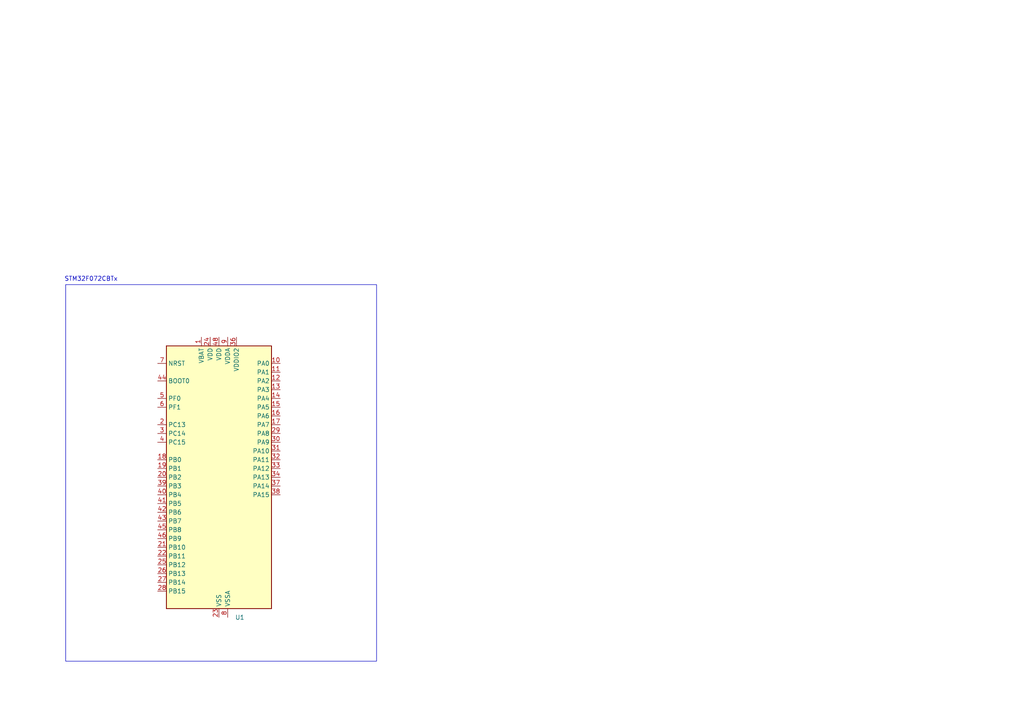
<source format=kicad_sch>
(kicad_sch (version 20250114) (generator "eeschema") (generator_version "9.0")
  (paper "A4")
  (lib_symbols
    (symbol "MCU_ST_STM32F0:STM32F072CBTx"
      (property "Reference" "U" (at -15.24 39.37 0))
      (property "Value" "STM32F072CBTx" (at 7.62 39.37 0))
      (symbol "STM32F072CBTx_0_1"
        (rectangle (start -15.24 -38.1) (end 15.24 38.1) (stroke (width 0.254)) (fill (type background)))
      )
      (symbol "STM32F072CBTx_1_1"
        (pin input line (at -17.78 33.02 0) (length 2.54) (name "NRST") (number "7"))
        (pin input line (at -17.78 27.94 0) (length 2.54) (name "BOOT0") (number "44"))
        (pin bidirectional line (at -17.78 22.86 0) (length 2.54) (name "PF0") (number "5"))
        (pin bidirectional line (at -17.78 20.32 0) (length 2.54) (name "PF1") (number "6"))
        (pin bidirectional line (at -17.78 15.24 0) (length 2.54) (name "PC13") (number "2"))
        (pin bidirectional line (at -17.78 12.7 0) (length 2.54) (name "PC14") (number "3"))
        (pin bidirectional line (at -17.78 10.16 0) (length 2.54) (name "PC15") (number "4"))
        (pin bidirectional line (at -17.78 5.08 0) (length 2.54) (name "PB0") (number "18"))
        (pin bidirectional line (at -17.78 2.54 0) (length 2.54) (name "PB1") (number "19"))
        (pin bidirectional line (at -17.78 0 0) (length 2.54) (name "PB2") (number "20"))
        (pin bidirectional line (at -17.78 -2.54 0) (length 2.54) (name "PB3") (number "39"))
        (pin bidirectional line (at -17.78 -5.08 0) (length 2.54) (name "PB4") (number "40"))
        (pin bidirectional line (at -17.78 -7.62 0) (length 2.54) (name "PB5") (number "41"))
        (pin bidirectional line (at -17.78 -10.16 0) (length 2.54) (name "PB6") (number "42"))
        (pin bidirectional line (at -17.78 -12.7 0) (length 2.54) (name "PB7") (number "43"))
        (pin bidirectional line (at -17.78 -15.24 0) (length 2.54) (name "PB8") (number "45"))
        (pin bidirectional line (at -17.78 -17.78 0) (length 2.54) (name "PB9") (number "46"))
        (pin bidirectional line (at -17.78 -20.32 0) (length 2.54) (name "PB10") (number "21"))
        (pin bidirectional line (at -17.78 -22.86 0) (length 2.54) (name "PB11") (number "22"))
        (pin bidirectional line (at -17.78 -25.4 0) (length 2.54) (name "PB12") (number "25"))
        (pin bidirectional line (at -17.78 -27.94 0) (length 2.54) (name "PB13") (number "26"))
        (pin bidirectional line (at -17.78 -30.48 0) (length 2.54) (name "PB14") (number "27"))
        (pin bidirectional line (at -17.78 -33.02 0) (length 2.54) (name "PB15") (number "28"))
        (pin power_in line (at -5.08 40.64 270) (length 2.54) (name "VBAT") (number "1"))
        (pin power_in line (at -2.54 40.64 270) (length 2.54) (name "VDD") (number "24"))
        (pin power_in line (at 0 40.64 270) (length 2.54) (name "VDD") (number "48"))
        (pin power_in line (at 0 -40.64 90) (length 2.54) (name "VSS") (number "23"))
        (pin passive line (at 0 -40.64 90) (length 2.54) (hide yes) (name "VSS") (number "35"))
        (pin passive line (at 0 -40.64 90) (length 2.54) (hide yes) (name "VSS") (number "47"))
        (pin power_in line (at 2.54 40.64 270) (length 2.54) (name "VDDA") (number "9"))
        (pin power_in line (at 2.54 -40.64 90) (length 2.54) (name "VSSA") (number "8"))
        (pin power_in line (at 5.08 40.64 270) (length 2.54) (name "VDDIO2") (number "36"))
        (pin bidirectional line (at 17.78 33.02 180) (length 2.54) (name "PA0") (number "10"))
        (pin bidirectional line (at 17.78 30.48 180) (length 2.54) (name "PA1") (number "11"))
        (pin bidirectional line (at 17.78 27.94 180) (length 2.54) (name "PA2") (number "12"))
        (pin bidirectional line (at 17.78 25.4 180) (length 2.54) (name "PA3") (number "13"))
        (pin bidirectional line (at 17.78 22.86 180) (length 2.54) (name "PA4") (number "14"))
        (pin bidirectional line (at 17.78 20.32 180) (length 2.54) (name "PA5") (number "15"))
        (pin bidirectional line (at 17.78 17.78 180) (length 2.54) (name "PA6") (number "16"))
        (pin bidirectional line (at 17.78 15.24 180) (length 2.54) (name "PA7") (number "17"))
        (pin bidirectional line (at 17.78 12.7 180) (length 2.54) (name "PA8") (number "29"))
        (pin bidirectional line (at 17.78 10.16 180) (length 2.54) (name "PA9") (number "30"))
        (pin bidirectional line (at 17.78 7.62 180) (length 2.54) (name "PA10") (number "31"))
        (pin bidirectional line (at 17.78 5.08 180) (length 2.54) (name "PA11") (number "32"))
        (pin bidirectional line (at 17.78 2.54 180) (length 2.54) (name "PA12") (number "33"))
        (pin bidirectional line (at 17.78 0 180) (length 2.54) (name "PA13") (number "34"))
        (pin bidirectional line (at 17.78 -2.54 180) (length 2.54) (name "PA14") (number "37"))
        (pin bidirectional line (at 17.78 -5.08 180) (length 2.54) (name "PA15") (number "38"))
      )
    )
  )
  (rectangle (start 19.05 82.55) (end 109.22 191.77))
  (text "STM32F072CBTx" (at 26.416 81.026 0) (effects (font (size 1.27 1.27))))
  (symbol (lib_id "MCU_ST_STM32F0:STM32F072CBTx") (at 63.5 138.43 0) (unit 1)
    (property "Reference" "U1" (at 68.1833 179.07 0) (effects (justify left)))
    (property "Value" "STM32F072CBTx" (effects (hide yes)))
    (property "Footprint" "Package_QFP:LQFP-48_7x7mm_P0.5mm" (effects (hide yes)))
    (property "Datasheet" "https://www.st.com/resource/en/datasheet/stm32f072cb.pdf" (effects (hide yes)))
    (property "Description" "STMicroelectronics Arm Cortex-M0 MCU, 128KB flash, 16KB RAM, 48 MHz, 2.0-3.6V, 37 GPIO, LQFP48" (effects (hide yes)))
  )
)
</source>
